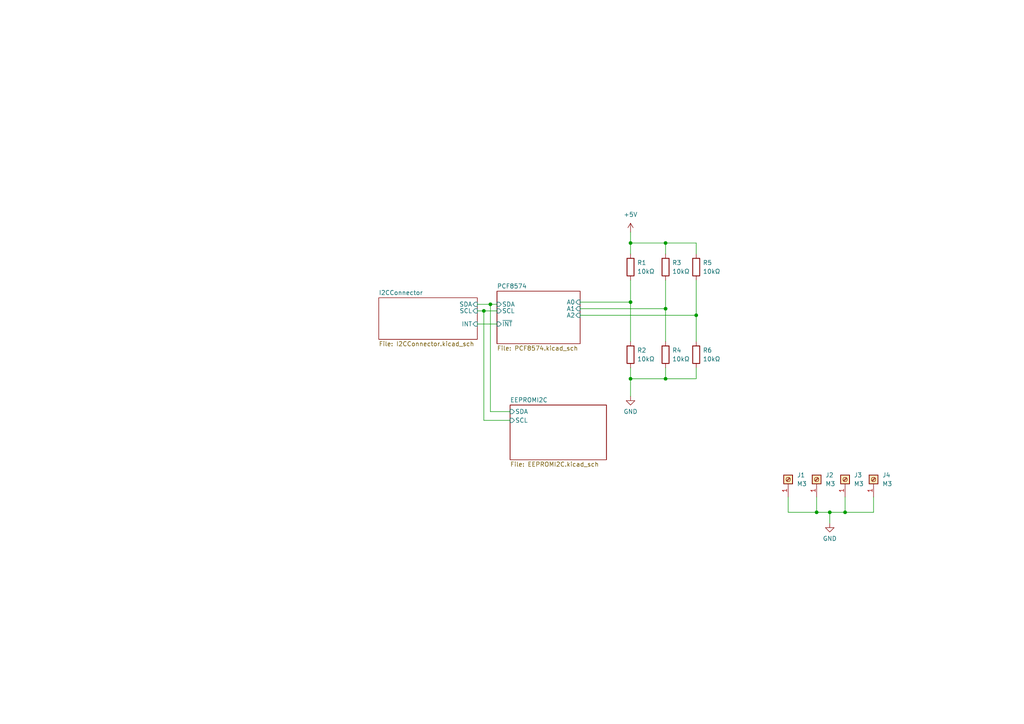
<source format=kicad_sch>
(kicad_sch (version 20230121) (generator eeschema)
  (paper "A4")
  (lib_symbols
    (symbol "Connector:Screw_Terminal_01x01" (pin_names (offset 1.016) hide)
      (property "Reference" "J" (at 0 2.54 0))
      (property "Value" "Screw_Terminal_01x01" (at 0 -2.54 0))
      (symbol "Screw_Terminal_01x01_1_1"
        (rectangle (start -1.27 1.27) (end 1.27 -1.27) (stroke (width 0.254)) (fill (type background)))
        (polyline (pts (xy -0.5334 0.3302) (xy 0.3302 -0.508)) (stroke (width 0.1524)))
        (polyline (pts (xy -0.3556 0.508) (xy 0.508 -0.3302)) (stroke (width 0.1524)))
        (circle (center 0 0) (radius 0.635) (stroke (width 0.1524)))
        (pin passive line (at -5.08 0 0) (length 3.81) (name "Pin_1") (number "1"))
      )
    )
    (symbol "Device:R" (pin_numbers hide) (pin_names (offset 0))
      (property "Reference" "R" (at 2.032 0 90))
      (property "Value" "R" (at 0 0 90))
      (symbol "R_0_1"
        (rectangle (start -1.016 -2.54) (end 1.016 2.54) (stroke (width 0.254)))
      )
      (symbol "R_1_1"
        (pin passive line (at 0 3.81 270) (length 1.27) (name "~") (number "1"))
        (pin passive line (at 0 -3.81 90) (length 1.27) (name "~") (number "2"))
      )
    )
    (symbol "power:+5V" (power) (pin_names (offset 0))
      (property "Value" "+5V" (at 0 3.556 0))
      (symbol "+5V_0_1"
        (polyline (pts (xy -0.762 1.27) (xy 0 2.54)))
        (polyline (pts (xy 0 0) (xy 0 2.54)))
        (polyline (pts (xy 0 2.54) (xy 0.762 1.27)))
      )
      (symbol "+5V_1_1"
        (pin power_in line (at 0 0 90) (length 0) hide (name "+5V") (number "1"))
      )
    )
    (symbol "power:GND" (power) (pin_names (offset 0))
      (property "Value" "GND" (at 0 -3.81 0))
      (symbol "GND_0_1"
        (polyline (pts (xy 0 0) (xy 0 -1.27) (xy 1.27 -1.27) (xy 0 -2.54) (xy -1.27 -1.27) (xy 0 -1.27)))
      )
      (symbol "GND_1_1"
        (pin power_in line (at 0 0 270) (length 0) hide (name "GND") (number "1"))
      )
    )
  )
  (junction (at 201.93 91.44))
  (junction (at 193.04 89.535))
  (junction (at 236.855 148.59))
  (junction (at 240.665 148.59))
  (junction (at 182.88 87.63))
  (junction (at 142.24 88.265))
  (junction (at 245.11 148.59))
  (junction (at 140.335 90.17))
  (junction (at 182.88 109.855))
  (junction (at 193.04 109.855))
  (junction (at 182.88 70.485))
  (junction (at 193.04 70.485))
  (wire (pts (xy 140.335 90.17) (xy 140.335 121.92)))
  (wire (pts (xy 168.275 87.63) (xy 182.88 87.63)))
  (wire (pts (xy 236.855 144.145) (xy 236.855 148.59)))
  (wire (pts (xy 201.93 70.485) (xy 201.93 73.66)))
  (wire (pts (xy 142.24 119.38) (xy 147.955 119.38)))
  (wire (pts (xy 182.88 109.855) (xy 193.04 109.855)))
  (wire (pts (xy 228.6 144.145) (xy 228.6 148.59)))
  (wire (pts (xy 193.04 109.855) (xy 193.04 106.68)))
  (wire (pts (xy 142.24 88.265) (xy 142.24 119.38)))
  (wire (pts (xy 240.665 148.59) (xy 240.665 151.765)))
  (wire (pts (xy 182.88 87.63) (xy 182.88 81.28)))
  (wire (pts (xy 140.335 90.17) (xy 144.145 90.17)))
  (wire (pts (xy 245.11 148.59) (xy 253.365 148.59)))
  (wire (pts (xy 140.335 121.92) (xy 147.955 121.92)))
  (wire (pts (xy 253.365 148.59) (xy 253.365 144.145)))
  (wire (pts (xy 182.88 67.31) (xy 182.88 70.485)))
  (wire (pts (xy 182.88 109.855) (xy 182.88 114.935)))
  (wire (pts (xy 245.11 148.59) (xy 245.11 144.145)))
  (wire (pts (xy 182.88 70.485) (xy 193.04 70.485)))
  (wire (pts (xy 182.88 87.63) (xy 182.88 99.06)))
  (wire (pts (xy 168.275 89.535) (xy 193.04 89.535)))
  (wire (pts (xy 193.04 70.485) (xy 193.04 73.66)))
  (wire (pts (xy 236.855 148.59) (xy 240.665 148.59)))
  (wire (pts (xy 138.43 90.17) (xy 140.335 90.17)))
  (wire (pts (xy 182.88 106.68) (xy 182.88 109.855)))
  (wire (pts (xy 138.43 88.265) (xy 142.24 88.265)))
  (wire (pts (xy 182.88 70.485) (xy 182.88 73.66)))
  (wire (pts (xy 201.93 91.44) (xy 201.93 99.06)))
  (wire (pts (xy 228.6 148.59) (xy 236.855 148.59)))
  (wire (pts (xy 142.24 88.265) (xy 144.145 88.265)))
  (wire (pts (xy 201.93 81.28) (xy 201.93 91.44)))
  (wire (pts (xy 201.93 109.855) (xy 201.93 106.68)))
  (wire (pts (xy 193.04 89.535) (xy 193.04 99.06)))
  (wire (pts (xy 193.04 81.28) (xy 193.04 89.535)))
  (wire (pts (xy 193.04 109.855) (xy 201.93 109.855)))
  (wire (pts (xy 193.04 70.485) (xy 201.93 70.485)))
  (wire (pts (xy 138.43 93.98) (xy 144.145 93.98)))
  (wire (pts (xy 168.275 91.44) (xy 201.93 91.44)))
  (wire (pts (xy 240.665 148.59) (xy 245.11 148.59)))
  (symbol (lib_id "Device:R") (at 193.04 102.87 0) (unit 1)
    (property "Reference" "R4" (at 194.945 101.6 0) (effects (justify left)))
    (property "Value" "10kΩ" (at 194.945 104.14 0) (effects (justify left)))
    (property "Footprint" "Resistor_SMD:R_0805_2012Metric" (effects hide))
  )
  (symbol (lib_id "Device:R") (at 201.93 102.87 0) (unit 1)
    (property "Reference" "R6" (at 203.835 101.6 0) (effects (justify left)))
    (property "Value" "10kΩ" (at 203.835 104.14 0) (effects (justify left)))
    (property "Footprint" "Resistor_SMD:R_0805_2012Metric" (effects hide))
  )
  (symbol (lib_id "Connector:Screw_Terminal_01x01") (at 245.11 139.065 90) (unit 1)
    (property "Reference" "J3" (at 247.65 137.795 90) (effects (justify right)))
    (property "Value" "M3" (at 247.65 140.335 90) (effects (justify right)))
    (property "Footprint" "MountingHole:MountingHole_3.2mm_M3_DIN965_Pad" (effects hide))
  )
  (symbol (lib_id "Device:R") (at 201.93 77.47 0) (unit 1)
    (property "Reference" "R5" (at 203.835 76.2 0) (effects (justify left)))
    (property "Value" "10kΩ" (at 203.835 78.74 0) (effects (justify left)))
    (property "Footprint" "Resistor_SMD:R_0805_2012Metric" (effects hide))
  )
  (symbol (lib_id "Connector:Screw_Terminal_01x01") (at 228.6 139.065 90) (unit 1)
    (property "Reference" "J1" (at 231.14 137.795 90) (effects (justify right)))
    (property "Value" "M3" (at 231.14 140.335 90) (effects (justify right)))
    (property "Footprint" "MountingHole:MountingHole_3.2mm_M3_DIN965_Pad" (effects hide))
  )
  (symbol (lib_id "Device:R") (at 193.04 77.47 0) (unit 1)
    (property "Reference" "R3" (at 194.945 76.2 0) (effects (justify left)))
    (property "Value" "10kΩ" (at 194.945 78.74 0) (effects (justify left)))
    (property "Footprint" "Resistor_SMD:R_0805_2012Metric" (effects hide))
  )
  (symbol (lib_id "power:GND") (at 240.665 151.765 0) (unit 1)
    (property "Reference" "#PWR03" (effects hide))
    (property "Value" "GND" (at 240.665 156.21 0))
  )
  (symbol (lib_id "Connector:Screw_Terminal_01x01") (at 253.365 139.065 90) (unit 1)
    (property "Reference" "J4" (at 255.905 137.795 90) (effects (justify right)))
    (property "Value" "M3" (at 255.905 140.335 90) (effects (justify right)))
    (property "Footprint" "MountingHole:MountingHole_3.2mm_M3_DIN965_Pad" (effects hide))
  )
  (symbol (lib_id "Device:R") (at 182.88 77.47 0) (unit 1)
    (property "Reference" "R1" (at 184.785 76.2 0) (effects (justify left)))
    (property "Value" "10kΩ" (at 184.785 78.74 0) (effects (justify left)))
    (property "Footprint" "Resistor_SMD:R_0805_2012Metric" (effects hide))
  )
  (symbol (lib_id "power:+5V") (at 182.88 67.31 0) (unit 1)
    (property "Reference" "#PWR01" (effects hide))
    (property "Value" "+5V" (at 182.88 62.23 0))
  )
  (symbol (lib_id "Connector:Screw_Terminal_01x01") (at 236.855 139.065 90) (unit 1)
    (property "Reference" "J2" (at 239.395 137.795 90) (effects (justify right)))
    (property "Value" "M3" (at 239.395 140.335 90) (effects (justify right)))
    (property "Footprint" "MountingHole:MountingHole_3.2mm_M3_DIN965_Pad" (effects hide))
  )
  (symbol (lib_id "power:GND") (at 182.88 114.935 0) (unit 1)
    (property "Reference" "#PWR02" (effects hide))
    (property "Value" "GND" (at 182.88 119.38 0))
  )
  (symbol (lib_id "Device:R") (at 182.88 102.87 0) (unit 1)
    (property "Reference" "R2" (at 184.785 101.6 0) (effects (justify left)))
    (property "Value" "10kΩ" (at 184.785 104.14 0) (effects (justify left)))
    (property "Footprint" "Resistor_SMD:R_0805_2012Metric" (effects hide))
  )
  (sheet (at 144.145 84.455) (size 24.13 15.24) (stroke (width 0.1524))
    (property "Sheetname" "PCF8574" (at 144.145 83.7434 0) (effects (justify left bottom)))
    (property "Sheetfile" "PCF8574.kicad_sch" (at 144.145 100.2796 0) (effects (justify left top)))
    (pin "~{INT}" input (at 144.145 93.98 180))
    (pin "A2" input (at 168.275 91.44 0))
    (pin "A1" input (at 168.275 89.535 0))
    (pin "A0" input (at 168.275 87.63 0))
    (pin "SCL" input (at 144.145 90.17 180))
    (pin "SDA" input (at 144.145 88.265 180))
  )
  (sheet (at 109.855 86.36) (size 28.575 12.065) (stroke (width 0.1524))
    (property "Sheetname" "I2CConnector" (at 109.855 85.6484 0) (effects (justify left bottom)))
    (property "Sheetfile" "I2CConnector.kicad_sch" (at 109.855 99.0096 0) (effects (justify left top)))
    (pin "INT" input (at 138.43 93.98 0))
    (pin "SCL" input (at 138.43 90.17 0))
    (pin "SDA" input (at 138.43 88.265 0))
  )
  (sheet (at 147.955 117.475) (size 27.94 15.875) (stroke (width 0.1524))
    (property "Sheetname" "EEPROMI2C" (at 147.955 116.7634 0) (effects (justify left bottom)))
    (property "Sheetfile" "EEPROMI2C.kicad_sch" (at 147.955 133.9346 0) (effects (justify left top)))
    (pin "SDA" input (at 147.955 119.38 180))
    (pin "SCL" input (at 147.955 121.92 180))
  )
)
</source>
